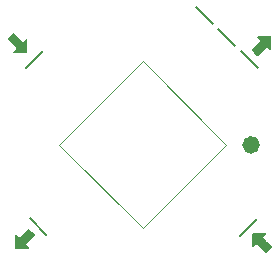
<source format=gbr>
%TF.GenerationSoftware,KiCad,Pcbnew,(6.0.4-0)*%
%TF.CreationDate,2022-06-29T23:11:17+02:00*%
%TF.ProjectId,GlowTower_LED_connector_PCB,476c6f77-546f-4776-9572-5f4c45445f63,rev?*%
%TF.SameCoordinates,Original*%
%TF.FileFunction,Legend,Bot*%
%TF.FilePolarity,Positive*%
%FSLAX46Y46*%
G04 Gerber Fmt 4.6, Leading zero omitted, Abs format (unit mm)*
G04 Created by KiCad (PCBNEW (6.0.4-0)) date 2022-06-29 23:11:17*
%MOMM*%
%LPD*%
G01*
G04 APERTURE LIST*
%ADD10C,0.150000*%
%ADD11C,0.100000*%
%ADD12C,0.734422*%
G04 APERTURE END LIST*
D10*
X109431458Y-63828117D02*
X108011458Y-62368117D01*
D11*
X94531122Y-72181814D02*
X101602190Y-79252882D01*
D10*
X93458542Y-79841884D02*
X92038542Y-78381884D01*
D11*
X101602190Y-65110746D02*
X94531122Y-72181814D01*
D10*
X91700000Y-65690000D02*
X93160000Y-64270000D01*
D11*
X101602190Y-79252882D02*
X108673258Y-72181814D01*
D12*
X111147211Y-72200000D02*
G75*
G03*
X111147211Y-72200000I-367211J0D01*
G01*
D11*
X108673258Y-72181814D02*
X101602190Y-65110746D01*
D10*
X107540000Y-61970000D02*
X106120000Y-60510000D01*
X111351458Y-65728117D02*
X109931458Y-64268117D01*
X111280000Y-78460000D02*
X109820000Y-79880000D01*
%TO.C,leddirectionarrow4*%
G36*
X112006496Y-63014801D02*
G01*
X112067647Y-63014884D01*
X112125998Y-63015025D01*
X112181093Y-63015220D01*
X112232475Y-63015467D01*
X112279689Y-63015761D01*
X112322280Y-63016099D01*
X112359792Y-63016478D01*
X112391769Y-63016896D01*
X112417756Y-63017346D01*
X112437297Y-63017829D01*
X112449935Y-63018338D01*
X112455218Y-63018873D01*
X112463590Y-63022837D01*
X112479696Y-63036170D01*
X112490637Y-63054069D01*
X112490726Y-63054361D01*
X112491373Y-63060911D01*
X112491980Y-63074861D01*
X112492546Y-63095848D01*
X112493065Y-63123505D01*
X112493537Y-63157470D01*
X112493956Y-63197377D01*
X112494322Y-63242860D01*
X112494630Y-63293558D01*
X112494878Y-63349103D01*
X112495062Y-63409132D01*
X112495179Y-63473281D01*
X112495228Y-63541183D01*
X112495204Y-63612477D01*
X112495150Y-63683972D01*
X112495102Y-63754214D01*
X112495043Y-63817387D01*
X112494956Y-63873881D01*
X112494819Y-63924083D01*
X112494616Y-63968380D01*
X112494325Y-64007160D01*
X112493928Y-64040811D01*
X112493406Y-64069720D01*
X112492737Y-64094274D01*
X112491906Y-64114862D01*
X112490890Y-64131870D01*
X112489671Y-64145688D01*
X112488230Y-64156700D01*
X112486547Y-64165297D01*
X112484604Y-64171865D01*
X112482381Y-64176792D01*
X112479857Y-64180465D01*
X112477014Y-64183272D01*
X112473834Y-64185600D01*
X112470295Y-64187838D01*
X112466380Y-64190372D01*
X112464429Y-64191607D01*
X112449093Y-64197528D01*
X112431147Y-64199969D01*
X112414638Y-64198307D01*
X112410673Y-64196077D01*
X112403493Y-64190451D01*
X112392803Y-64181132D01*
X112378272Y-64167810D01*
X112359567Y-64150176D01*
X112336358Y-64127921D01*
X112308313Y-64100735D01*
X112275098Y-64068310D01*
X112263676Y-64057132D01*
X112235150Y-64029243D01*
X112211501Y-64006200D01*
X112192211Y-63987538D01*
X112176770Y-63972790D01*
X112164660Y-63961494D01*
X112155368Y-63953184D01*
X112148378Y-63947397D01*
X112143175Y-63943666D01*
X112139246Y-63941528D01*
X112136075Y-63940519D01*
X112133148Y-63940173D01*
X112132824Y-63940153D01*
X112129262Y-63939880D01*
X112125975Y-63939712D01*
X112122674Y-63939917D01*
X112119069Y-63940766D01*
X112114868Y-63942532D01*
X112109782Y-63945484D01*
X112103519Y-63949893D01*
X112095790Y-63956030D01*
X112086304Y-63964163D01*
X112074770Y-63974567D01*
X112060899Y-63987511D01*
X112044400Y-64003264D01*
X112024982Y-64022098D01*
X112002355Y-64044284D01*
X111976228Y-64070092D01*
X111946313Y-64099794D01*
X111912317Y-64133659D01*
X111873949Y-64171957D01*
X111830921Y-64214961D01*
X111782942Y-64262940D01*
X111729721Y-64316167D01*
X111363312Y-64682575D01*
X111347053Y-64687134D01*
X111344535Y-64687744D01*
X111329176Y-64688988D01*
X111314408Y-64687099D01*
X111298023Y-64682504D01*
X111061168Y-64444178D01*
X111024451Y-64407231D01*
X110987448Y-64369976D01*
X110955303Y-64337578D01*
X110927673Y-64309671D01*
X110904210Y-64285891D01*
X110884569Y-64265872D01*
X110868403Y-64249251D01*
X110855365Y-64235661D01*
X110845112Y-64224741D01*
X110837296Y-64216123D01*
X110831570Y-64209444D01*
X110827590Y-64204339D01*
X110825010Y-64200444D01*
X110823482Y-64197393D01*
X110822661Y-64194823D01*
X110822202Y-64192368D01*
X110821856Y-64188135D01*
X110822851Y-64174536D01*
X110826039Y-64160504D01*
X110831986Y-64142126D01*
X111198925Y-63775187D01*
X111234466Y-63739651D01*
X111284393Y-63689743D01*
X111329246Y-63644898D01*
X111369290Y-63604826D01*
X111404789Y-63569239D01*
X111436007Y-63537849D01*
X111463207Y-63510365D01*
X111486652Y-63486500D01*
X111506606Y-63465964D01*
X111523335Y-63448470D01*
X111537100Y-63433728D01*
X111548166Y-63421449D01*
X111556796Y-63411345D01*
X111563253Y-63403127D01*
X111567803Y-63396506D01*
X111570709Y-63391193D01*
X111572233Y-63386900D01*
X111572641Y-63383337D01*
X111572195Y-63380216D01*
X111571159Y-63377249D01*
X111569798Y-63374146D01*
X111568374Y-63370619D01*
X111566744Y-63366899D01*
X111563915Y-63362240D01*
X111559460Y-63356301D01*
X111552888Y-63348556D01*
X111543707Y-63338479D01*
X111531426Y-63325544D01*
X111515554Y-63309223D01*
X111495598Y-63288990D01*
X111471067Y-63264319D01*
X111441470Y-63234682D01*
X111440422Y-63233634D01*
X111410002Y-63203193D01*
X111384642Y-63177696D01*
X111363895Y-63156581D01*
X111347309Y-63139288D01*
X111334434Y-63125255D01*
X111324822Y-63113918D01*
X111318022Y-63104720D01*
X111313582Y-63097094D01*
X111311057Y-63090482D01*
X111309993Y-63084321D01*
X111309941Y-63078050D01*
X111310453Y-63071107D01*
X111312992Y-63058331D01*
X111322947Y-63039442D01*
X111339643Y-63023744D01*
X111339706Y-63023701D01*
X111342086Y-63022509D01*
X111345799Y-63021430D01*
X111351227Y-63020462D01*
X111358749Y-63019595D01*
X111368747Y-63018824D01*
X111381604Y-63018144D01*
X111397699Y-63017548D01*
X111417414Y-63017030D01*
X111441130Y-63016584D01*
X111469228Y-63016204D01*
X111502090Y-63015883D01*
X111540096Y-63015616D01*
X111583629Y-63015397D01*
X111633067Y-63015220D01*
X111688795Y-63015078D01*
X111751192Y-63014964D01*
X111820640Y-63014873D01*
X111897519Y-63014800D01*
X111942999Y-63014779D01*
X112006496Y-63014801D01*
G37*
%TO.C,leddirectionarrow2*%
G36*
X90675464Y-62732851D02*
G01*
X90689496Y-62736039D01*
X90707874Y-62741986D01*
X91074813Y-63108925D01*
X91110349Y-63144466D01*
X91160257Y-63194393D01*
X91205102Y-63239246D01*
X91245174Y-63279290D01*
X91280761Y-63314789D01*
X91312151Y-63346007D01*
X91339635Y-63373207D01*
X91363500Y-63396652D01*
X91384036Y-63416606D01*
X91401530Y-63433335D01*
X91416272Y-63447100D01*
X91428551Y-63458166D01*
X91438655Y-63466796D01*
X91446873Y-63473253D01*
X91453494Y-63477803D01*
X91458807Y-63480709D01*
X91463100Y-63482233D01*
X91466663Y-63482641D01*
X91469784Y-63482195D01*
X91472751Y-63481159D01*
X91475854Y-63479798D01*
X91479381Y-63478374D01*
X91483101Y-63476744D01*
X91487760Y-63473915D01*
X91493699Y-63469460D01*
X91501444Y-63462888D01*
X91511521Y-63453707D01*
X91524456Y-63441426D01*
X91540777Y-63425554D01*
X91561010Y-63405598D01*
X91585681Y-63381067D01*
X91615318Y-63351470D01*
X91616366Y-63350422D01*
X91646807Y-63320002D01*
X91672304Y-63294642D01*
X91693419Y-63273895D01*
X91710712Y-63257309D01*
X91724745Y-63244434D01*
X91736082Y-63234822D01*
X91745280Y-63228022D01*
X91752906Y-63223582D01*
X91759518Y-63221057D01*
X91765679Y-63219993D01*
X91771950Y-63219941D01*
X91778893Y-63220453D01*
X91791669Y-63222992D01*
X91810558Y-63232947D01*
X91826256Y-63249643D01*
X91826299Y-63249706D01*
X91827491Y-63252086D01*
X91828570Y-63255799D01*
X91829538Y-63261227D01*
X91830405Y-63268749D01*
X91831176Y-63278747D01*
X91831856Y-63291604D01*
X91832452Y-63307699D01*
X91832970Y-63327414D01*
X91833416Y-63351130D01*
X91833796Y-63379228D01*
X91834117Y-63412090D01*
X91834384Y-63450096D01*
X91834603Y-63493629D01*
X91834780Y-63543067D01*
X91834922Y-63598795D01*
X91835036Y-63661192D01*
X91835127Y-63730640D01*
X91835200Y-63807519D01*
X91835221Y-63852999D01*
X91835199Y-63916496D01*
X91835116Y-63977647D01*
X91834975Y-64035998D01*
X91834780Y-64091093D01*
X91834533Y-64142475D01*
X91834239Y-64189689D01*
X91833901Y-64232280D01*
X91833522Y-64269792D01*
X91833104Y-64301769D01*
X91832654Y-64327756D01*
X91832171Y-64347297D01*
X91831662Y-64359935D01*
X91831127Y-64365218D01*
X91827163Y-64373590D01*
X91813830Y-64389696D01*
X91795931Y-64400637D01*
X91795639Y-64400726D01*
X91789089Y-64401373D01*
X91775139Y-64401980D01*
X91754152Y-64402546D01*
X91726495Y-64403065D01*
X91692530Y-64403537D01*
X91652623Y-64403956D01*
X91607140Y-64404322D01*
X91556442Y-64404630D01*
X91500897Y-64404878D01*
X91440868Y-64405062D01*
X91376719Y-64405179D01*
X91308817Y-64405228D01*
X91237523Y-64405204D01*
X91166028Y-64405150D01*
X91095786Y-64405102D01*
X91032613Y-64405043D01*
X90976119Y-64404956D01*
X90925917Y-64404819D01*
X90881620Y-64404616D01*
X90842840Y-64404325D01*
X90809189Y-64403928D01*
X90780280Y-64403406D01*
X90755726Y-64402737D01*
X90735138Y-64401906D01*
X90718130Y-64400890D01*
X90704312Y-64399671D01*
X90693300Y-64398230D01*
X90684703Y-64396547D01*
X90678135Y-64394604D01*
X90673208Y-64392381D01*
X90669535Y-64389857D01*
X90666728Y-64387014D01*
X90664400Y-64383834D01*
X90662162Y-64380295D01*
X90659628Y-64376380D01*
X90658393Y-64374429D01*
X90652472Y-64359093D01*
X90650031Y-64341147D01*
X90651693Y-64324638D01*
X90653923Y-64320673D01*
X90659549Y-64313493D01*
X90668868Y-64302803D01*
X90682190Y-64288272D01*
X90699824Y-64269567D01*
X90722079Y-64246358D01*
X90749265Y-64218313D01*
X90781690Y-64185098D01*
X90792868Y-64173676D01*
X90820757Y-64145150D01*
X90843800Y-64121501D01*
X90862462Y-64102211D01*
X90877210Y-64086770D01*
X90888506Y-64074660D01*
X90896816Y-64065368D01*
X90902603Y-64058378D01*
X90906334Y-64053175D01*
X90908472Y-64049246D01*
X90909481Y-64046075D01*
X90909827Y-64043148D01*
X90909847Y-64042824D01*
X90910120Y-64039262D01*
X90910288Y-64035975D01*
X90910083Y-64032674D01*
X90909234Y-64029069D01*
X90907468Y-64024868D01*
X90904516Y-64019782D01*
X90900107Y-64013519D01*
X90893970Y-64005790D01*
X90885837Y-63996304D01*
X90875433Y-63984770D01*
X90862489Y-63970899D01*
X90846736Y-63954400D01*
X90827902Y-63934982D01*
X90805716Y-63912355D01*
X90779908Y-63886228D01*
X90750206Y-63856313D01*
X90716341Y-63822317D01*
X90678043Y-63783949D01*
X90635039Y-63740921D01*
X90587060Y-63692942D01*
X90533833Y-63639721D01*
X90167425Y-63273312D01*
X90162866Y-63257053D01*
X90162256Y-63254535D01*
X90161012Y-63239176D01*
X90162901Y-63224408D01*
X90167496Y-63208023D01*
X90405822Y-62971168D01*
X90442769Y-62934451D01*
X90480024Y-62897448D01*
X90512422Y-62865303D01*
X90540329Y-62837673D01*
X90564109Y-62814210D01*
X90584128Y-62794569D01*
X90600749Y-62778403D01*
X90614339Y-62765365D01*
X90625259Y-62755112D01*
X90633877Y-62747296D01*
X90640556Y-62741570D01*
X90645661Y-62737590D01*
X90649556Y-62735010D01*
X90652607Y-62733482D01*
X90655177Y-62732661D01*
X90657632Y-62732202D01*
X90661865Y-62731856D01*
X90675464Y-62732851D01*
G37*
%TO.C,leddirectionarrow3*%
G36*
X91984134Y-79314785D02*
G01*
X92000519Y-79319380D01*
X92237374Y-79557706D01*
X92274091Y-79594653D01*
X92311094Y-79631908D01*
X92343239Y-79664306D01*
X92370869Y-79692213D01*
X92394332Y-79715993D01*
X92413973Y-79736012D01*
X92430139Y-79752633D01*
X92443177Y-79766223D01*
X92453430Y-79777143D01*
X92461246Y-79785761D01*
X92466972Y-79792440D01*
X92470952Y-79797545D01*
X92473532Y-79801440D01*
X92475060Y-79804491D01*
X92475881Y-79807061D01*
X92476340Y-79809516D01*
X92476686Y-79813749D01*
X92475691Y-79827348D01*
X92472503Y-79841380D01*
X92466556Y-79859758D01*
X92099617Y-80226697D01*
X92064076Y-80262233D01*
X92014149Y-80312141D01*
X91969296Y-80356986D01*
X91929252Y-80397058D01*
X91893753Y-80432645D01*
X91862535Y-80464035D01*
X91835335Y-80491519D01*
X91811890Y-80515384D01*
X91791936Y-80535920D01*
X91775207Y-80553414D01*
X91761442Y-80568156D01*
X91750376Y-80580435D01*
X91741746Y-80590539D01*
X91735289Y-80598757D01*
X91730739Y-80605378D01*
X91727833Y-80610691D01*
X91726309Y-80614984D01*
X91725901Y-80618547D01*
X91726347Y-80621668D01*
X91727383Y-80624635D01*
X91728744Y-80627738D01*
X91730168Y-80631265D01*
X91731798Y-80634985D01*
X91734627Y-80639644D01*
X91739082Y-80645583D01*
X91745654Y-80653328D01*
X91754835Y-80663405D01*
X91767116Y-80676340D01*
X91782988Y-80692661D01*
X91802944Y-80712894D01*
X91827475Y-80737565D01*
X91857072Y-80767202D01*
X91858120Y-80768250D01*
X91888540Y-80798691D01*
X91913900Y-80824188D01*
X91934647Y-80845303D01*
X91951233Y-80862596D01*
X91964108Y-80876629D01*
X91973720Y-80887966D01*
X91980520Y-80897164D01*
X91984960Y-80904790D01*
X91987485Y-80911402D01*
X91988549Y-80917563D01*
X91988601Y-80923834D01*
X91988089Y-80930777D01*
X91985550Y-80943553D01*
X91975595Y-80962442D01*
X91958899Y-80978140D01*
X91958836Y-80978183D01*
X91956456Y-80979375D01*
X91952743Y-80980454D01*
X91947315Y-80981422D01*
X91939793Y-80982289D01*
X91929795Y-80983060D01*
X91916938Y-80983740D01*
X91900843Y-80984336D01*
X91881128Y-80984854D01*
X91857412Y-80985300D01*
X91829314Y-80985680D01*
X91796452Y-80986001D01*
X91758446Y-80986268D01*
X91714913Y-80986487D01*
X91665475Y-80986664D01*
X91609747Y-80986806D01*
X91547350Y-80986920D01*
X91477902Y-80987011D01*
X91401023Y-80987084D01*
X91355543Y-80987105D01*
X91292046Y-80987083D01*
X91230895Y-80987000D01*
X91172544Y-80986859D01*
X91117449Y-80986664D01*
X91066067Y-80986417D01*
X91018853Y-80986123D01*
X90976262Y-80985785D01*
X90938750Y-80985406D01*
X90906773Y-80984988D01*
X90880786Y-80984538D01*
X90861245Y-80984055D01*
X90848607Y-80983546D01*
X90843324Y-80983011D01*
X90834952Y-80979047D01*
X90818846Y-80965714D01*
X90807905Y-80947815D01*
X90807816Y-80947523D01*
X90807169Y-80940973D01*
X90806562Y-80927023D01*
X90805996Y-80906036D01*
X90805477Y-80878379D01*
X90805005Y-80844414D01*
X90804586Y-80804507D01*
X90804220Y-80759024D01*
X90803912Y-80708326D01*
X90803664Y-80652781D01*
X90803480Y-80592752D01*
X90803363Y-80528603D01*
X90803314Y-80460701D01*
X90803338Y-80389407D01*
X90803392Y-80317912D01*
X90803440Y-80247670D01*
X90803499Y-80184497D01*
X90803586Y-80128003D01*
X90803723Y-80077801D01*
X90803926Y-80033504D01*
X90804217Y-79994724D01*
X90804614Y-79961073D01*
X90805136Y-79932164D01*
X90805805Y-79907610D01*
X90806636Y-79887022D01*
X90807652Y-79870014D01*
X90808871Y-79856196D01*
X90810312Y-79845184D01*
X90811995Y-79836587D01*
X90813938Y-79830019D01*
X90816161Y-79825092D01*
X90818685Y-79821419D01*
X90821528Y-79818612D01*
X90824708Y-79816284D01*
X90828247Y-79814046D01*
X90832162Y-79811512D01*
X90834113Y-79810277D01*
X90849449Y-79804356D01*
X90867395Y-79801915D01*
X90883904Y-79803577D01*
X90887869Y-79805807D01*
X90895049Y-79811433D01*
X90905739Y-79820752D01*
X90920270Y-79834074D01*
X90938975Y-79851708D01*
X90962184Y-79873963D01*
X90990229Y-79901149D01*
X91023444Y-79933574D01*
X91034866Y-79944752D01*
X91063392Y-79972641D01*
X91087041Y-79995684D01*
X91106331Y-80014346D01*
X91121772Y-80029094D01*
X91133882Y-80040390D01*
X91143174Y-80048700D01*
X91150164Y-80054487D01*
X91155367Y-80058218D01*
X91159296Y-80060356D01*
X91162467Y-80061365D01*
X91165394Y-80061711D01*
X91165718Y-80061731D01*
X91169280Y-80062004D01*
X91172567Y-80062172D01*
X91175868Y-80061967D01*
X91179473Y-80061118D01*
X91183674Y-80059352D01*
X91188760Y-80056400D01*
X91195023Y-80051991D01*
X91202752Y-80045854D01*
X91212238Y-80037721D01*
X91223772Y-80027317D01*
X91237643Y-80014373D01*
X91254142Y-79998620D01*
X91273560Y-79979786D01*
X91296187Y-79957600D01*
X91322314Y-79931792D01*
X91352229Y-79902090D01*
X91386225Y-79868225D01*
X91424593Y-79829927D01*
X91467621Y-79786923D01*
X91515600Y-79738944D01*
X91568821Y-79685717D01*
X91935230Y-79319309D01*
X91951489Y-79314750D01*
X91954007Y-79314140D01*
X91969366Y-79312896D01*
X91984134Y-79314785D01*
G37*
%TO.C,leddirectionarrow1*%
G36*
X111482477Y-79674796D02*
G01*
X111553972Y-79674850D01*
X111624214Y-79674898D01*
X111687387Y-79674957D01*
X111743881Y-79675044D01*
X111794083Y-79675181D01*
X111838380Y-79675384D01*
X111877160Y-79675675D01*
X111910811Y-79676072D01*
X111939720Y-79676594D01*
X111964274Y-79677263D01*
X111984862Y-79678094D01*
X112001870Y-79679110D01*
X112015688Y-79680329D01*
X112026700Y-79681770D01*
X112035297Y-79683453D01*
X112041865Y-79685396D01*
X112046792Y-79687619D01*
X112050465Y-79690143D01*
X112053272Y-79692986D01*
X112055600Y-79696166D01*
X112057838Y-79699705D01*
X112060372Y-79703620D01*
X112061607Y-79705571D01*
X112067528Y-79720907D01*
X112069969Y-79738853D01*
X112068307Y-79755362D01*
X112066077Y-79759327D01*
X112060451Y-79766507D01*
X112051132Y-79777197D01*
X112037810Y-79791728D01*
X112020176Y-79810433D01*
X111997921Y-79833642D01*
X111970735Y-79861687D01*
X111938310Y-79894902D01*
X111927132Y-79906324D01*
X111899243Y-79934850D01*
X111876200Y-79958499D01*
X111857538Y-79977789D01*
X111842790Y-79993230D01*
X111831494Y-80005340D01*
X111823184Y-80014632D01*
X111817397Y-80021622D01*
X111813666Y-80026825D01*
X111811528Y-80030754D01*
X111810519Y-80033925D01*
X111810173Y-80036852D01*
X111810153Y-80037176D01*
X111809880Y-80040738D01*
X111809712Y-80044025D01*
X111809917Y-80047326D01*
X111810766Y-80050931D01*
X111812532Y-80055132D01*
X111815484Y-80060218D01*
X111819893Y-80066481D01*
X111826030Y-80074210D01*
X111834163Y-80083696D01*
X111844567Y-80095230D01*
X111857511Y-80109101D01*
X111873264Y-80125600D01*
X111892098Y-80145018D01*
X111914284Y-80167645D01*
X111940092Y-80193772D01*
X111969794Y-80223687D01*
X112003659Y-80257683D01*
X112041957Y-80296051D01*
X112084961Y-80339079D01*
X112132940Y-80387058D01*
X112186167Y-80440279D01*
X112552575Y-80806688D01*
X112557134Y-80822947D01*
X112557744Y-80825465D01*
X112558988Y-80840824D01*
X112557099Y-80855592D01*
X112552504Y-80871977D01*
X112314178Y-81108832D01*
X112277231Y-81145549D01*
X112239976Y-81182552D01*
X112207578Y-81214697D01*
X112179671Y-81242327D01*
X112155891Y-81265790D01*
X112135872Y-81285431D01*
X112119251Y-81301597D01*
X112105661Y-81314635D01*
X112094741Y-81324888D01*
X112086123Y-81332704D01*
X112079444Y-81338430D01*
X112074339Y-81342410D01*
X112070444Y-81344990D01*
X112067393Y-81346518D01*
X112064823Y-81347339D01*
X112062368Y-81347798D01*
X112058135Y-81348144D01*
X112044536Y-81347149D01*
X112030504Y-81343961D01*
X112012126Y-81338014D01*
X111645187Y-80971075D01*
X111609651Y-80935534D01*
X111559743Y-80885607D01*
X111514898Y-80840754D01*
X111474826Y-80800710D01*
X111439239Y-80765211D01*
X111407849Y-80733993D01*
X111380365Y-80706793D01*
X111356500Y-80683348D01*
X111335964Y-80663394D01*
X111318470Y-80646665D01*
X111303728Y-80632900D01*
X111291449Y-80621834D01*
X111281345Y-80613204D01*
X111273127Y-80606747D01*
X111266506Y-80602197D01*
X111261193Y-80599291D01*
X111256900Y-80597767D01*
X111253337Y-80597359D01*
X111250216Y-80597805D01*
X111247249Y-80598841D01*
X111244146Y-80600202D01*
X111240619Y-80601626D01*
X111236899Y-80603256D01*
X111232240Y-80606085D01*
X111226301Y-80610540D01*
X111218556Y-80617112D01*
X111208479Y-80626293D01*
X111195544Y-80638574D01*
X111179223Y-80654446D01*
X111158990Y-80674402D01*
X111134319Y-80698933D01*
X111104682Y-80728530D01*
X111103634Y-80729578D01*
X111073193Y-80759998D01*
X111047696Y-80785358D01*
X111026581Y-80806105D01*
X111009288Y-80822691D01*
X110995255Y-80835566D01*
X110983918Y-80845178D01*
X110974720Y-80851978D01*
X110967094Y-80856418D01*
X110960482Y-80858943D01*
X110954321Y-80860007D01*
X110948050Y-80860059D01*
X110941107Y-80859547D01*
X110928331Y-80857008D01*
X110909442Y-80847053D01*
X110893744Y-80830357D01*
X110893701Y-80830294D01*
X110892509Y-80827914D01*
X110891430Y-80824201D01*
X110890462Y-80818773D01*
X110889595Y-80811251D01*
X110888824Y-80801253D01*
X110888144Y-80788396D01*
X110887548Y-80772301D01*
X110887030Y-80752586D01*
X110886584Y-80728870D01*
X110886204Y-80700772D01*
X110885883Y-80667910D01*
X110885616Y-80629904D01*
X110885397Y-80586371D01*
X110885220Y-80536933D01*
X110885078Y-80481205D01*
X110884964Y-80418808D01*
X110884873Y-80349360D01*
X110884800Y-80272481D01*
X110884779Y-80227001D01*
X110884801Y-80163504D01*
X110884884Y-80102353D01*
X110885025Y-80044002D01*
X110885220Y-79988907D01*
X110885467Y-79937525D01*
X110885761Y-79890311D01*
X110886099Y-79847720D01*
X110886478Y-79810208D01*
X110886896Y-79778231D01*
X110887346Y-79752244D01*
X110887829Y-79732703D01*
X110888338Y-79720065D01*
X110888873Y-79714782D01*
X110892837Y-79706410D01*
X110906170Y-79690304D01*
X110924069Y-79679363D01*
X110924361Y-79679274D01*
X110930911Y-79678627D01*
X110944861Y-79678020D01*
X110965848Y-79677454D01*
X110993505Y-79676935D01*
X111027470Y-79676463D01*
X111067377Y-79676044D01*
X111112860Y-79675678D01*
X111163558Y-79675370D01*
X111219103Y-79675122D01*
X111279132Y-79674938D01*
X111343281Y-79674821D01*
X111411183Y-79674772D01*
X111482477Y-79674796D01*
G37*
%TD*%
M02*

</source>
